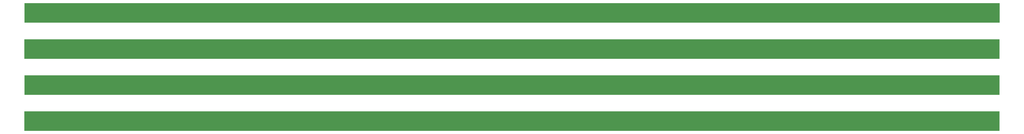
<source format=gbr>
G04 EAGLE Gerber RS-274X export*
G75*
%MOMM*%
%FSLAX34Y34*%
%LPD*%
%INcarbon ink*%
%IPPOS*%
%AMOC8*
5,1,8,0,0,1.08239X$1,22.5*%
G01*

G36*
X5831520Y910671D02*
X5831520Y910671D01*
X5831571Y910673D01*
X5831603Y910691D01*
X5831639Y910699D01*
X5831678Y910732D01*
X5831723Y910756D01*
X5831744Y910786D01*
X5831772Y910809D01*
X5831793Y910856D01*
X5831823Y910898D01*
X5831831Y910940D01*
X5831843Y910968D01*
X5831842Y910998D01*
X5831850Y911040D01*
X5831850Y1020260D01*
X5831839Y1020310D01*
X5831837Y1020361D01*
X5831819Y1020393D01*
X5831811Y1020429D01*
X5831778Y1020468D01*
X5831754Y1020513D01*
X5831724Y1020534D01*
X5831701Y1020562D01*
X5831654Y1020583D01*
X5831612Y1020613D01*
X5831570Y1020621D01*
X5831542Y1020633D01*
X5831512Y1020632D01*
X5831470Y1020640D01*
X370470Y1020640D01*
X370420Y1020629D01*
X370369Y1020627D01*
X370337Y1020609D01*
X370301Y1020601D01*
X370262Y1020568D01*
X370217Y1020544D01*
X370196Y1020514D01*
X370168Y1020491D01*
X370147Y1020444D01*
X370117Y1020402D01*
X370109Y1020360D01*
X370097Y1020332D01*
X370098Y1020302D01*
X370090Y1020260D01*
X370090Y911040D01*
X370101Y910990D01*
X370103Y910939D01*
X370121Y910907D01*
X370129Y910871D01*
X370162Y910832D01*
X370186Y910787D01*
X370216Y910766D01*
X370239Y910738D01*
X370286Y910717D01*
X370328Y910687D01*
X370370Y910679D01*
X370398Y910667D01*
X370428Y910668D01*
X370470Y910660D01*
X5831470Y910660D01*
X5831520Y910671D01*
G37*
G36*
X5831120Y706971D02*
X5831120Y706971D01*
X5831171Y706973D01*
X5831203Y706991D01*
X5831239Y706999D01*
X5831278Y707032D01*
X5831323Y707056D01*
X5831344Y707086D01*
X5831372Y707109D01*
X5831393Y707156D01*
X5831423Y707198D01*
X5831431Y707240D01*
X5831443Y707268D01*
X5831442Y707298D01*
X5831450Y707340D01*
X5831450Y816560D01*
X5831439Y816610D01*
X5831437Y816661D01*
X5831419Y816693D01*
X5831411Y816729D01*
X5831378Y816768D01*
X5831354Y816813D01*
X5831324Y816834D01*
X5831301Y816862D01*
X5831254Y816883D01*
X5831212Y816913D01*
X5831170Y816921D01*
X5831142Y816933D01*
X5831112Y816932D01*
X5831070Y816940D01*
X370070Y816940D01*
X370020Y816929D01*
X369969Y816927D01*
X369937Y816909D01*
X369901Y816901D01*
X369862Y816868D01*
X369817Y816844D01*
X369796Y816814D01*
X369768Y816791D01*
X369747Y816744D01*
X369717Y816702D01*
X369709Y816660D01*
X369697Y816632D01*
X369698Y816602D01*
X369690Y816560D01*
X369690Y707340D01*
X369701Y707290D01*
X369703Y707239D01*
X369721Y707207D01*
X369729Y707171D01*
X369762Y707132D01*
X369786Y707087D01*
X369816Y707066D01*
X369839Y707038D01*
X369886Y707017D01*
X369928Y706987D01*
X369970Y706979D01*
X369998Y706967D01*
X370028Y706968D01*
X370070Y706960D01*
X5831070Y706960D01*
X5831120Y706971D01*
G37*
G36*
X5831220Y503871D02*
X5831220Y503871D01*
X5831271Y503873D01*
X5831303Y503891D01*
X5831339Y503899D01*
X5831378Y503932D01*
X5831423Y503956D01*
X5831444Y503986D01*
X5831472Y504009D01*
X5831493Y504056D01*
X5831523Y504098D01*
X5831531Y504140D01*
X5831543Y504168D01*
X5831542Y504198D01*
X5831550Y504240D01*
X5831550Y613460D01*
X5831539Y613510D01*
X5831537Y613561D01*
X5831519Y613593D01*
X5831511Y613629D01*
X5831478Y613668D01*
X5831454Y613713D01*
X5831424Y613734D01*
X5831401Y613762D01*
X5831354Y613783D01*
X5831312Y613813D01*
X5831270Y613821D01*
X5831242Y613833D01*
X5831212Y613832D01*
X5831170Y613840D01*
X370170Y613840D01*
X370120Y613829D01*
X370069Y613827D01*
X370037Y613809D01*
X370001Y613801D01*
X369962Y613768D01*
X369917Y613744D01*
X369896Y613714D01*
X369868Y613691D01*
X369847Y613644D01*
X369817Y613602D01*
X369809Y613560D01*
X369797Y613532D01*
X369798Y613502D01*
X369790Y613460D01*
X369790Y504240D01*
X369801Y504190D01*
X369803Y504139D01*
X369821Y504107D01*
X369829Y504071D01*
X369862Y504032D01*
X369886Y503987D01*
X369916Y503966D01*
X369939Y503938D01*
X369986Y503917D01*
X370028Y503887D01*
X370070Y503879D01*
X370098Y503867D01*
X370128Y503868D01*
X370170Y503860D01*
X5831170Y503860D01*
X5831220Y503871D01*
G37*
G36*
X5831020Y300671D02*
X5831020Y300671D01*
X5831071Y300673D01*
X5831103Y300691D01*
X5831139Y300699D01*
X5831178Y300732D01*
X5831223Y300756D01*
X5831244Y300786D01*
X5831272Y300809D01*
X5831293Y300856D01*
X5831323Y300898D01*
X5831331Y300940D01*
X5831343Y300968D01*
X5831342Y300998D01*
X5831350Y301040D01*
X5831350Y410260D01*
X5831339Y410310D01*
X5831337Y410361D01*
X5831319Y410393D01*
X5831311Y410429D01*
X5831278Y410468D01*
X5831254Y410513D01*
X5831224Y410534D01*
X5831201Y410562D01*
X5831154Y410583D01*
X5831112Y410613D01*
X5831070Y410621D01*
X5831042Y410633D01*
X5831012Y410632D01*
X5830970Y410640D01*
X369970Y410640D01*
X369920Y410629D01*
X369869Y410627D01*
X369837Y410609D01*
X369801Y410601D01*
X369762Y410568D01*
X369717Y410544D01*
X369696Y410514D01*
X369668Y410491D01*
X369647Y410444D01*
X369617Y410402D01*
X369609Y410360D01*
X369597Y410332D01*
X369598Y410302D01*
X369590Y410260D01*
X369590Y301040D01*
X369601Y300990D01*
X369603Y300939D01*
X369621Y300907D01*
X369629Y300871D01*
X369662Y300832D01*
X369686Y300787D01*
X369716Y300766D01*
X369739Y300738D01*
X369786Y300717D01*
X369828Y300687D01*
X369870Y300679D01*
X369898Y300667D01*
X369928Y300668D01*
X369970Y300660D01*
X5830970Y300660D01*
X5831020Y300671D01*
G37*
M02*

</source>
